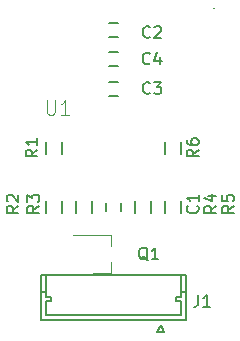
<source format=gto>
G04 #@! TF.GenerationSoftware,KiCad,Pcbnew,(2017-06-12 revision 19d5cc754)-master*
G04 #@! TF.CreationDate,2018-05-14T22:42:30+02:00*
G04 #@! TF.ProjectId,RFID_MLX90109,524649445F4D4C5839303130392E6B69,rev?*
G04 #@! TF.FileFunction,Legend,Top*
G04 #@! TF.FilePolarity,Positive*
%FSLAX46Y46*%
G04 Gerber Fmt 4.6, Leading zero omitted, Abs format (unit mm)*
G04 Created by KiCad (PCBNEW (2017-06-12 revision 19d5cc754)-master) date 2018 May 14, Monday 22:42:30*
%MOMM*%
%LPD*%
G01*
G04 APERTURE LIST*
%ADD10C,0.100000*%
%ADD11C,0.150000*%
%ADD12C,0.120000*%
%ADD13C,0.101600*%
G04 APERTURE END LIST*
D10*
D11*
X157850000Y-98100000D02*
X157150000Y-98100000D01*
X157150000Y-96900000D02*
X157850000Y-96900000D01*
X158100000Y-107150000D02*
X158100000Y-107850000D01*
X156900000Y-107850000D02*
X156900000Y-107150000D01*
X157150000Y-94400000D02*
X157850000Y-94400000D01*
X157850000Y-95600000D02*
X157150000Y-95600000D01*
X157150000Y-91900000D02*
X157850000Y-91900000D01*
X157850000Y-93100000D02*
X157150000Y-93100000D01*
X159325000Y-108000000D02*
X159325000Y-107000000D01*
X160675000Y-107000000D02*
X160675000Y-108000000D01*
X163175000Y-107000000D02*
X163175000Y-108000000D01*
X161825000Y-108000000D02*
X161825000Y-107000000D01*
X161825000Y-103000000D02*
X161825000Y-102000000D01*
X163175000Y-102000000D02*
X163175000Y-103000000D01*
X154325000Y-108000000D02*
X154325000Y-107000000D01*
X155675000Y-107000000D02*
X155675000Y-108000000D01*
X151825000Y-103000000D02*
X151825000Y-102000000D01*
X153175000Y-102000000D02*
X153175000Y-103000000D01*
X151825000Y-108000000D02*
X151825000Y-107000000D01*
X153175000Y-107000000D02*
X153175000Y-108000000D01*
X166000000Y-90700000D02*
X166000000Y-90700000D01*
X166000000Y-90700000D02*
X166000000Y-90700000D01*
X166000000Y-90700000D02*
X166000000Y-90700000D01*
D12*
X157260000Y-113080000D02*
X155800000Y-113080000D01*
X157260000Y-109920000D02*
X154100000Y-109920000D01*
X157260000Y-109920000D02*
X157260000Y-110850000D01*
X157260000Y-113080000D02*
X157260000Y-112150000D01*
D11*
X163600000Y-117100000D02*
X163600000Y-113250000D01*
X163600000Y-113250000D02*
X151400000Y-113250000D01*
X151400000Y-113250000D02*
X151400000Y-117100000D01*
X151400000Y-117100000D02*
X163600000Y-117100000D01*
X161500000Y-117500000D02*
X161800000Y-118100000D01*
X161800000Y-118100000D02*
X161200000Y-118100000D01*
X161200000Y-118100000D02*
X161500000Y-117500000D01*
X163600000Y-114700000D02*
X163200000Y-114700000D01*
X151400000Y-114700000D02*
X151800000Y-114700000D01*
X157500000Y-116700000D02*
X163200000Y-116700000D01*
X163200000Y-116700000D02*
X163200000Y-115500000D01*
X163200000Y-115500000D02*
X162800000Y-115500000D01*
X162800000Y-115500000D02*
X162800000Y-115100000D01*
X162800000Y-115100000D02*
X163200000Y-115100000D01*
X163200000Y-115100000D02*
X163200000Y-113250000D01*
X157500000Y-116700000D02*
X151800000Y-116700000D01*
X151800000Y-116700000D02*
X151800000Y-115500000D01*
X151800000Y-115500000D02*
X152200000Y-115500000D01*
X152200000Y-115500000D02*
X152200000Y-115100000D01*
X152200000Y-115100000D02*
X151800000Y-115100000D01*
X151800000Y-115100000D02*
X151800000Y-113250000D01*
X160583333Y-97857142D02*
X160535714Y-97904761D01*
X160392857Y-97952380D01*
X160297619Y-97952380D01*
X160154761Y-97904761D01*
X160059523Y-97809523D01*
X160011904Y-97714285D01*
X159964285Y-97523809D01*
X159964285Y-97380952D01*
X160011904Y-97190476D01*
X160059523Y-97095238D01*
X160154761Y-97000000D01*
X160297619Y-96952380D01*
X160392857Y-96952380D01*
X160535714Y-97000000D01*
X160583333Y-97047619D01*
X160916666Y-96952380D02*
X161535714Y-96952380D01*
X161202380Y-97333333D01*
X161345238Y-97333333D01*
X161440476Y-97380952D01*
X161488095Y-97428571D01*
X161535714Y-97523809D01*
X161535714Y-97761904D01*
X161488095Y-97857142D01*
X161440476Y-97904761D01*
X161345238Y-97952380D01*
X161059523Y-97952380D01*
X160964285Y-97904761D01*
X160916666Y-97857142D01*
X164607142Y-107416666D02*
X164654761Y-107464285D01*
X164702380Y-107607142D01*
X164702380Y-107702380D01*
X164654761Y-107845238D01*
X164559523Y-107940476D01*
X164464285Y-107988095D01*
X164273809Y-108035714D01*
X164130952Y-108035714D01*
X163940476Y-107988095D01*
X163845238Y-107940476D01*
X163750000Y-107845238D01*
X163702380Y-107702380D01*
X163702380Y-107607142D01*
X163750000Y-107464285D01*
X163797619Y-107416666D01*
X164702380Y-106464285D02*
X164702380Y-107035714D01*
X164702380Y-106750000D02*
X163702380Y-106750000D01*
X163845238Y-106845238D01*
X163940476Y-106940476D01*
X163988095Y-107035714D01*
X160583333Y-95357142D02*
X160535714Y-95404761D01*
X160392857Y-95452380D01*
X160297619Y-95452380D01*
X160154761Y-95404761D01*
X160059523Y-95309523D01*
X160011904Y-95214285D01*
X159964285Y-95023809D01*
X159964285Y-94880952D01*
X160011904Y-94690476D01*
X160059523Y-94595238D01*
X160154761Y-94500000D01*
X160297619Y-94452380D01*
X160392857Y-94452380D01*
X160535714Y-94500000D01*
X160583333Y-94547619D01*
X161440476Y-94785714D02*
X161440476Y-95452380D01*
X161202380Y-94404761D02*
X160964285Y-95119047D01*
X161583333Y-95119047D01*
X160583333Y-93107142D02*
X160535714Y-93154761D01*
X160392857Y-93202380D01*
X160297619Y-93202380D01*
X160154761Y-93154761D01*
X160059523Y-93059523D01*
X160011904Y-92964285D01*
X159964285Y-92773809D01*
X159964285Y-92630952D01*
X160011904Y-92440476D01*
X160059523Y-92345238D01*
X160154761Y-92250000D01*
X160297619Y-92202380D01*
X160392857Y-92202380D01*
X160535714Y-92250000D01*
X160583333Y-92297619D01*
X160964285Y-92297619D02*
X161011904Y-92250000D01*
X161107142Y-92202380D01*
X161345238Y-92202380D01*
X161440476Y-92250000D01*
X161488095Y-92297619D01*
X161535714Y-92392857D01*
X161535714Y-92488095D01*
X161488095Y-92630952D01*
X160916666Y-93202380D01*
X161535714Y-93202380D01*
X166202380Y-107416666D02*
X165726190Y-107750000D01*
X166202380Y-107988095D02*
X165202380Y-107988095D01*
X165202380Y-107607142D01*
X165250000Y-107511904D01*
X165297619Y-107464285D01*
X165392857Y-107416666D01*
X165535714Y-107416666D01*
X165630952Y-107464285D01*
X165678571Y-107511904D01*
X165726190Y-107607142D01*
X165726190Y-107988095D01*
X165535714Y-106559523D02*
X166202380Y-106559523D01*
X165154761Y-106797619D02*
X165869047Y-107035714D01*
X165869047Y-106416666D01*
X167702380Y-107416666D02*
X167226190Y-107750000D01*
X167702380Y-107988095D02*
X166702380Y-107988095D01*
X166702380Y-107607142D01*
X166750000Y-107511904D01*
X166797619Y-107464285D01*
X166892857Y-107416666D01*
X167035714Y-107416666D01*
X167130952Y-107464285D01*
X167178571Y-107511904D01*
X167226190Y-107607142D01*
X167226190Y-107988095D01*
X166702380Y-106511904D02*
X166702380Y-106988095D01*
X167178571Y-107035714D01*
X167130952Y-106988095D01*
X167083333Y-106892857D01*
X167083333Y-106654761D01*
X167130952Y-106559523D01*
X167178571Y-106511904D01*
X167273809Y-106464285D01*
X167511904Y-106464285D01*
X167607142Y-106511904D01*
X167654761Y-106559523D01*
X167702380Y-106654761D01*
X167702380Y-106892857D01*
X167654761Y-106988095D01*
X167607142Y-107035714D01*
X164702380Y-102666666D02*
X164226190Y-103000000D01*
X164702380Y-103238095D02*
X163702380Y-103238095D01*
X163702380Y-102857142D01*
X163750000Y-102761904D01*
X163797619Y-102714285D01*
X163892857Y-102666666D01*
X164035714Y-102666666D01*
X164130952Y-102714285D01*
X164178571Y-102761904D01*
X164226190Y-102857142D01*
X164226190Y-103238095D01*
X163702380Y-101809523D02*
X163702380Y-102000000D01*
X163750000Y-102095238D01*
X163797619Y-102142857D01*
X163940476Y-102238095D01*
X164130952Y-102285714D01*
X164511904Y-102285714D01*
X164607142Y-102238095D01*
X164654761Y-102190476D01*
X164702380Y-102095238D01*
X164702380Y-101904761D01*
X164654761Y-101809523D01*
X164607142Y-101761904D01*
X164511904Y-101714285D01*
X164273809Y-101714285D01*
X164178571Y-101761904D01*
X164130952Y-101809523D01*
X164083333Y-101904761D01*
X164083333Y-102095238D01*
X164130952Y-102190476D01*
X164178571Y-102238095D01*
X164273809Y-102285714D01*
X151202380Y-107416666D02*
X150726190Y-107750000D01*
X151202380Y-107988095D02*
X150202380Y-107988095D01*
X150202380Y-107607142D01*
X150250000Y-107511904D01*
X150297619Y-107464285D01*
X150392857Y-107416666D01*
X150535714Y-107416666D01*
X150630952Y-107464285D01*
X150678571Y-107511904D01*
X150726190Y-107607142D01*
X150726190Y-107988095D01*
X150202380Y-107083333D02*
X150202380Y-106464285D01*
X150583333Y-106797619D01*
X150583333Y-106654761D01*
X150630952Y-106559523D01*
X150678571Y-106511904D01*
X150773809Y-106464285D01*
X151011904Y-106464285D01*
X151107142Y-106511904D01*
X151154761Y-106559523D01*
X151202380Y-106654761D01*
X151202380Y-106940476D01*
X151154761Y-107035714D01*
X151107142Y-107083333D01*
X151052380Y-102666666D02*
X150576190Y-103000000D01*
X151052380Y-103238095D02*
X150052380Y-103238095D01*
X150052380Y-102857142D01*
X150100000Y-102761904D01*
X150147619Y-102714285D01*
X150242857Y-102666666D01*
X150385714Y-102666666D01*
X150480952Y-102714285D01*
X150528571Y-102761904D01*
X150576190Y-102857142D01*
X150576190Y-103238095D01*
X151052380Y-101714285D02*
X151052380Y-102285714D01*
X151052380Y-102000000D02*
X150052380Y-102000000D01*
X150195238Y-102095238D01*
X150290476Y-102190476D01*
X150338095Y-102285714D01*
X149452380Y-107416666D02*
X148976190Y-107750000D01*
X149452380Y-107988095D02*
X148452380Y-107988095D01*
X148452380Y-107607142D01*
X148500000Y-107511904D01*
X148547619Y-107464285D01*
X148642857Y-107416666D01*
X148785714Y-107416666D01*
X148880952Y-107464285D01*
X148928571Y-107511904D01*
X148976190Y-107607142D01*
X148976190Y-107988095D01*
X148547619Y-107035714D02*
X148500000Y-106988095D01*
X148452380Y-106892857D01*
X148452380Y-106654761D01*
X148500000Y-106559523D01*
X148547619Y-106511904D01*
X148642857Y-106464285D01*
X148738095Y-106464285D01*
X148880952Y-106511904D01*
X149452380Y-107083333D01*
X149452380Y-106464285D01*
X160404761Y-112047619D02*
X160309523Y-112000000D01*
X160214285Y-111904761D01*
X160071428Y-111761904D01*
X159976190Y-111714285D01*
X159880952Y-111714285D01*
X159928571Y-111952380D02*
X159833333Y-111904761D01*
X159738095Y-111809523D01*
X159690476Y-111619047D01*
X159690476Y-111285714D01*
X159738095Y-111095238D01*
X159833333Y-111000000D01*
X159928571Y-110952380D01*
X160119047Y-110952380D01*
X160214285Y-111000000D01*
X160309523Y-111095238D01*
X160357142Y-111285714D01*
X160357142Y-111619047D01*
X160309523Y-111809523D01*
X160214285Y-111904761D01*
X160119047Y-111952380D01*
X159928571Y-111952380D01*
X161309523Y-111952380D02*
X160738095Y-111952380D01*
X161023809Y-111952380D02*
X161023809Y-110952380D01*
X160928571Y-111095238D01*
X160833333Y-111190476D01*
X160738095Y-111238095D01*
X164666666Y-114952380D02*
X164666666Y-115666666D01*
X164619047Y-115809523D01*
X164523809Y-115904761D01*
X164380952Y-115952380D01*
X164285714Y-115952380D01*
X165666666Y-115952380D02*
X165095238Y-115952380D01*
X165380952Y-115952380D02*
X165380952Y-114952380D01*
X165285714Y-115095238D01*
X165190476Y-115190476D01*
X165095238Y-115238095D01*
D13*
X151853301Y-98486047D02*
X151853301Y-99462738D01*
X151910754Y-99577642D01*
X151968206Y-99635095D01*
X152083111Y-99692547D01*
X152312920Y-99692547D01*
X152427825Y-99635095D01*
X152485278Y-99577642D01*
X152542730Y-99462738D01*
X152542730Y-98486047D01*
X153749230Y-99692547D02*
X153059801Y-99692547D01*
X153404516Y-99692547D02*
X153404516Y-98486047D01*
X153289611Y-98658404D01*
X153174706Y-98773309D01*
X153059801Y-98830761D01*
M02*

</source>
